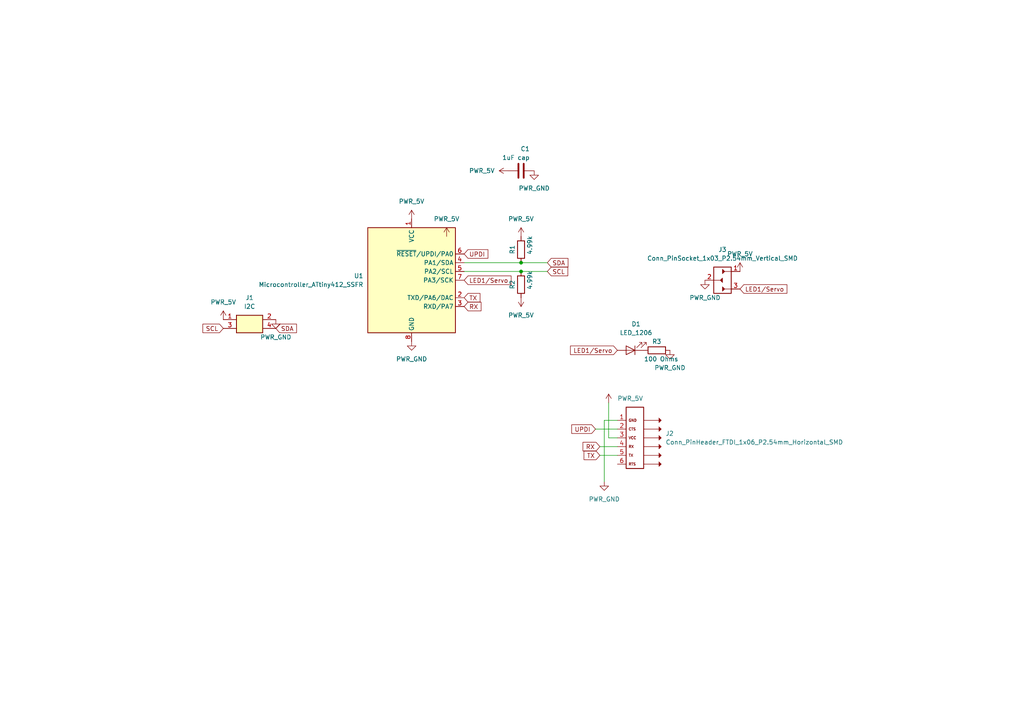
<source format=kicad_sch>
(kicad_sch (version 20231120) (generator "eeschema") (generator_version "8.0")
  (paper "A4")
  (lib_symbols
    (symbol "fab.kicad_sym:C" (pin_numbers hide) (pin_names (offset 0.254))
      (property "Reference" "C" (at 0.635 2.54 0))
      (property "Value" "C" (at 0.635 -2.54 0))
      (symbol "C_0_1"
        (polyline (pts (xy -2.032 -0.762) (xy 2.032 -0.762)) (stroke (width 0.508)))
        (polyline (pts (xy -2.032 0.762) (xy 2.032 0.762)) (stroke (width 0.508)))
      )
      (symbol "C_1_1"
        (pin passive line (at 0 3.81 270) (length 2.794) (name "~") (number "1"))
        (pin passive line (at 0 -3.81 90) (length 2.794) (name "~") (number "2"))
      )
    )
    (symbol "fab.kicad_sym:Microcontroller_ATtiny412_SSFR"
      (property "Reference" "U" (at -12.7 17.78 0))
      (property "Value" "Microcontroller_ATtiny412_SSFR" (at 2.54 17.78 0))
      (symbol "Microcontroller_ATtiny412_SSFR_0_1"
        (rectangle (start -12.7 -15.24) (end 12.7 15.24) (stroke (width 0.254)) (fill (type background)))
      )
      (symbol "Microcontroller_ATtiny412_SSFR_1_1"
        (pin power_in line (at 0 17.78 270) (length 2.54) (name "VCC") (number "1"))
        (pin bidirectional line (at 15.24 -5.08 180) (length 2.54) (name "TXD/PA6/DAC") (number "2"))
        (pin bidirectional line (at 15.24 -7.62 180) (length 2.54) (name "RXD/PA7") (number "3"))
        (pin bidirectional line (at 15.24 5.08 180) (length 2.54) (name "PA1/SDA") (number "4"))
        (pin bidirectional line (at 15.24 2.54 180) (length 2.54) (name "PA2/SCL") (number "5"))
        (pin bidirectional line (at 15.24 7.62 180) (length 2.54) (name "~{RESET}/UPDI/PA0") (number "6"))
        (pin bidirectional line (at 15.24 0 180) (length 2.54) (name "PA3/SCK") (number "7"))
        (pin power_in line (at 0 -17.78 90) (length 2.54) (name "GND") (number "8"))
      )
    )
    (symbol "fab.kicad_sym:R" (pin_numbers hide) (pin_names (offset 0))
      (property "Reference" "R" (at 2.032 0 90))
      (property "Value" "R" (at 0 0 90))
      (symbol "R_0_1"
        (rectangle (start -1.016 -2.54) (end 1.016 2.54) (stroke (width 0.254)))
      )
      (symbol "R_1_1"
        (pin passive line (at 0 3.81 270) (length 1.27) (name "~") (number "1"))
        (pin passive line (at 0 -3.81 90) (length 1.27) (name "~") (number "2"))
      )
    )
    (symbol "fab:Conn_PinHeader_2x02_P2.54mm_Vertical_SMD" (pin_names hide)
      (property "Reference" "J" (at 0 3.81 0))
      (property "Value" "Conn_PinHeader_2x02_P2.54mm_Vertical_SMD" (at 0 -3.81 0))
      (symbol "Conn_PinHeader_2x02_P2.54mm_Vertical_SMD_1_1"
        (rectangle (start -3.81 2.54) (end 3.81 -2.54) (stroke (width 0.254)) (fill (type background)))
        (pin passive line (at -7.62 1.27 0) (length 3.81) (name "Pin_1") (number "1"))
        (pin passive line (at 7.62 1.27 180) (length 3.81) (name "Pin_2") (number "2"))
        (pin passive line (at -7.62 -1.27 0) (length 3.81) (name "Pin_3") (number "3"))
        (pin passive line (at 7.62 -1.27 180) (length 3.81) (name "Pin_4") (number "4"))
      )
    )
    (symbol "fab:Conn_PinHeader_FTDI_1x06_P2.54mm_Horizontal_SMD"
      (property "Reference" "J" (at 0 10.16 0))
      (property "Value" "Conn_PinHeader_FTDI_1x06_P2.54mm_Horizontal_SMD" (at 0 -10.16 0))
      (symbol "Conn_PinHeader_FTDI_1x06_P2.54mm_Horizontal_SMD_0_0"
        (polyline (pts (xy 2.54 -7.62) (xy 7.62 -7.62)))
        (polyline (pts (xy 2.54 -5.08) (xy 7.62 -5.08)))
        (polyline (pts (xy 2.54 -2.54) (xy 7.62 -2.54)))
        (polyline (pts (xy 2.54 0) (xy 7.62 0)))
        (polyline (pts (xy 2.54 2.54) (xy 7.62 2.54)))
        (polyline (pts (xy 2.54 5.08) (xy 7.62 5.08)))
        (polyline (pts (xy 6.985 -6.985) (xy 7.62 -7.62) (xy 6.985 -8.255) (xy 6.985 -6.985)) (fill (type outline)))
        (polyline (pts (xy 6.985 -4.445) (xy 7.62 -5.08) (xy 6.985 -5.715) (xy 6.985 -4.445)) (fill (type outline)))
        (polyline (pts (xy 6.985 -1.905) (xy 7.62 -2.54) (xy 6.985 -3.175) (xy 6.985 -1.905)) (fill (type outline)))
        (polyline (pts (xy 6.985 0.635) (xy 7.62 0) (xy 6.985 -0.635) (xy 6.985 0.635)) (fill (type outline)))
        (polyline (pts (xy 6.985 3.175) (xy 7.62 2.54) (xy 6.985 1.905) (xy 6.985 3.175)) (fill (type outline)))
        (polyline (pts (xy 6.985 5.715) (xy 7.62 5.08) (xy 6.985 4.445) (xy 6.985 5.715)) (fill (type outline)))
        (text "CTS" (at -1.905 2.54 0) (effects (font (size 0.75 0.75)) (justify left)))
        (text "GND" (at -1.905 5.08 0) (effects (font (size 0.75 0.75)) (justify left)))
        (text "RTS" (at -1.905 -7.62 0) (effects (font (size 0.75 0.75)) (justify left)))
        (text "RX" (at -1.905 -2.54 0) (effects (font (size 0.75 0.75)) (justify left)))
        (text "TX" (at -1.905 -5.08 0) (effects (font (size 0.75 0.75)) (justify left)))
        (text "VCC" (at -1.905 0 0) (effects (font (size 0.75 0.75)) (justify left)))
      )
      (symbol "Conn_PinHeader_FTDI_1x06_P2.54mm_Horizontal_SMD_1_0"
        (rectangle (start -2.54 8.89) (end 2.54 -8.89) (stroke (width 0.254)))
      )
      (symbol "Conn_PinHeader_FTDI_1x06_P2.54mm_Horizontal_SMD_1_1"
        (pin passive line (at -5.08 5.08 0) (length 2.54) (name "") (number "1"))
        (pin passive line (at -5.08 2.54 0) (length 2.54) (name "") (number "2"))
        (pin passive line (at -5.08 0 0) (length 2.54) (name "") (number "3"))
        (pin passive line (at -5.08 -2.54 0) (length 2.54) (name "") (number "4"))
        (pin passive line (at -5.08 -5.08 0) (length 2.54) (name "") (number "5"))
        (pin passive line (at -5.08 -7.62 0) (length 2.54) (name "") (number "6"))
      )
    )
    (symbol "fab:Conn_PinSocket_1x03_P2.54mm_Vertical_SMD" (pin_names hide)
      (property "Reference" "J" (at 0 5.08 0))
      (property "Value" "Conn_PinSocket_1x03_P2.54mm_Vertical_SMD" (at 0 -5.08 0))
      (symbol "Conn_PinSocket_1x03_P2.54mm_Vertical_SMD_0_0"
        (polyline (pts (xy 0 0) (xy -2.54 0)))
        (polyline (pts (xy 2.54 -2.54) (xy 0 -2.54)))
        (polyline (pts (xy 2.54 2.54) (xy 0 2.54)))
        (polyline (pts (xy 0 -3.175) (xy 0.635 -2.54) (xy 0 -1.905) (xy 0 -3.175)) (fill (type outline)))
        (polyline (pts (xy 0 -0.635) (xy -0.635 0) (xy 0 0.635) (xy 0 -0.635)) (fill (type outline)))
        (polyline (pts (xy 0 1.905) (xy 0.635 2.54) (xy 0 3.175) (xy 0 1.905)) (fill (type outline)))
      )
      (symbol "Conn_PinSocket_1x03_P2.54mm_Vertical_SMD_1_0"
        (rectangle (start -2.54 3.81) (end 2.54 -3.81) (stroke (width 0.254)))
      )
      (symbol "Conn_PinSocket_1x03_P2.54mm_Vertical_SMD_1_1"
        (pin passive line (at 5.08 2.54 180) (length 2.54) (name "Pin_1") (number "1"))
        (pin passive line (at -5.08 0 0) (length 2.54) (name "Pin_2") (number "2"))
        (pin passive line (at 5.08 -2.54 180) (length 2.54) (name "Pin_1") (number "3"))
      )
    )
    (symbol "fab:LED_1206" (pin_numbers hide) (pin_names (offset 1.016) hide)
      (property "Reference" "D" (at 0 2.54 0))
      (property "Value" "LED_1206" (at 0 -2.54 0))
      (symbol "LED_1206_0_1"
        (polyline (pts (xy -1.27 -1.27) (xy -1.27 1.27)) (stroke (width 0.2032)))
        (polyline (pts (xy -1.27 0) (xy 1.27 0)))
        (polyline (pts (xy 1.27 -1.27) (xy 1.27 1.27) (xy -1.27 0) (xy 1.27 -1.27)) (stroke (width 0.2032)))
        (polyline (pts (xy -3.048 -0.762) (xy -4.572 -2.286) (xy -3.81 -2.286) (xy -4.572 -2.286) (xy -4.572 -1.524)))
        (polyline (pts (xy -1.778 -0.762) (xy -3.302 -2.286) (xy -2.54 -2.286) (xy -3.302 -2.286) (xy -3.302 -1.524)))
      )
      (symbol "LED_1206_1_1"
        (pin passive line (at -3.81 0 0) (length 2.54) (name "K") (number "1"))
        (pin passive line (at 3.81 0 180) (length 2.54) (name "A") (number "2"))
      )
    )
    (symbol "fab:PWR_5V" (power) (pin_names (offset 0))
      (property "Value" "PWR_5V" (at 0 3.556 0))
      (symbol "PWR_5V_0_1"
        (polyline (pts (xy -0.762 1.27) (xy 0 2.54)))
        (polyline (pts (xy 0 0) (xy 0 2.54)))
        (polyline (pts (xy 0 2.54) (xy 0.762 1.27)))
      )
      (symbol "PWR_5V_1_1"
        (pin power_in line (at 0 0 90) (length 0) hide (name "PWR_5V") (number "1"))
      )
    )
    (symbol "fab:PWR_GND" (power) (pin_names (offset 0))
      (property "Value" "PWR_GND" (at 0 -3.81 0))
      (symbol "PWR_GND_0_1"
        (polyline (pts (xy 0 0) (xy 0 -1.27) (xy 1.27 -1.27) (xy 0 -2.54) (xy -1.27 -1.27) (xy 0 -1.27)))
      )
      (symbol "PWR_GND_1_1"
        (pin power_in line (at 0 0 270) (length 0) hide (name "PWR_GND") (number "1"))
      )
    )
  )
  (junction (at 151.13 76.2))
  (junction (at 151.13 78.74))
  (wire (pts (xy 134.62 78.74) (xy 151.13 78.74)))
  (wire (pts (xy 151.13 76.2) (xy 158.75 76.2)))
  (wire (pts (xy 175.26 121.92) (xy 175.26 139.7)))
  (wire (pts (xy 179.07 121.92) (xy 175.26 121.92)))
  (wire (pts (xy 173.99 129.54) (xy 179.07 129.54)))
  (wire (pts (xy 134.62 76.2) (xy 151.13 76.2)))
  (wire (pts (xy 172.72 124.46) (xy 179.07 124.46)))
  (wire (pts (xy 151.13 78.74) (xy 158.75 78.74)))
  (wire (pts (xy 176.53 116.84) (xy 176.53 127)))
  (wire (pts (xy 173.99 132.08) (xy 179.07 132.08)))
  (wire (pts (xy 176.53 127) (xy 179.07 127)))
  (global_label "RX" (shape input) (at 173.99 129.54 180) (property "Intersheetrefs" "${INTERSHEET_REFS}" (effects (hide yes))))
  (global_label "RX" (shape input) (at 134.62 88.9 0) (property "Intersheetrefs" "${INTERSHEET_REFS}" (effects (hide yes))))
  (global_label "TX" (shape input) (at 134.62 86.36 0) (property "Intersheetrefs" "${INTERSHEET_REFS}" (effects (hide yes))))
  (global_label "UPDI" (shape input) (at 172.72 124.46 180) (property "Intersheetrefs" "${INTERSHEET_REFS}" (effects (hide yes))))
  (global_label "LED1{slash}Servo" (shape input) (at 179.07 101.6 180) (property "Intersheetrefs" "${INTERSHEET_REFS}" (effects (hide yes))))
  (global_label "SCL" (shape input) (at 158.75 78.74 0) (property "Intersheetrefs" "${INTERSHEET_REFS}" (effects (hide yes))))
  (global_label "SCL" (shape input) (at 64.77 95.25 180) (property "Intersheetrefs" "${INTERSHEET_REFS}" (effects (hide yes))))
  (global_label "LED1{slash}Servo" (shape input) (at 134.62 81.28 0) (property "Intersheetrefs" "${INTERSHEET_REFS}" (effects (hide yes))))
  (global_label "LED1{slash}Servo" (shape input) (at 214.63 83.82 0) (property "Intersheetrefs" "${INTERSHEET_REFS}" (effects (hide yes))))
  (global_label "SDA" (shape input) (at 158.75 76.2 0) (property "Intersheetrefs" "${INTERSHEET_REFS}" (effects (hide yes))))
  (global_label "TX" (shape input) (at 173.99 132.08 180) (property "Intersheetrefs" "${INTERSHEET_REFS}" (effects (hide yes))))
  (global_label "SDA" (shape input) (at 80.01 95.25 0) (property "Intersheetrefs" "${INTERSHEET_REFS}" (effects (hide yes))))
  (global_label "UPDI" (shape input) (at 134.62 73.66 0) (property "Intersheetrefs" "${INTERSHEET_REFS}" (effects (hide yes))))
  (symbol (lib_id "fab:PWR_5V") (at 129.54 68.58 0) (unit 1)
    (property "Reference" "#PWR05" (effects (hide yes)))
    (property "Value" "PWR_5V" (at 129.54 63.5 0))
    (property "Description" "Power symbol creates a global label with name \"+5V\"" (effects (hide yes)))
  )
  (symbol (lib_id "fab:PWR_GND") (at 175.26 139.7 0) (unit 1)
    (property "Reference" "#PWR010" (effects (hide yes)))
    (property "Value" "PWR_GND" (at 175.26 144.78 0))
    (property "Description" "Power symbol creates a global label with name \"GND\" , ground" (effects (hide yes)))
  )
  (symbol (lib_id "fab:PWR_5V") (at 151.13 86.36 180) (unit 1)
    (property "Reference" "#PWR08" (effects (hide yes)))
    (property "Value" "PWR_5V" (at 151.13 91.44 0))
    (property "Description" "Power symbol creates a global label with name \"+5V\"" (effects (hide yes)))
  )
  (symbol (lib_id "fab:LED_1206") (at 182.88 101.6 180) (unit 1)
    (property "Reference" "D1" (at 184.4802 93.98 0))
    (property "Value" "LED_1206" (at 184.4802 96.52 0))
    (property "Footprint" "fab:LED_1206" (effects (hide yes)))
    (property "Datasheet" "https://optoelectronics.liteon.com/upload/download/DS-22-98-0002/LTST-C150CKT.pdf" (effects (hide yes)))
    (property "Description" "Light emitting diode, Lite-On Inc. LTST, SMD" (effects (hide yes)))
  )
  (symbol (lib_id "fab:PWR_5V") (at 214.63 78.74 0) (unit 1)
    (property "Reference" "#PWR014" (effects (hide yes)))
    (property "Value" "PWR_5V" (at 214.63 73.66 0))
    (property "Description" "Power symbol creates a global label with name \"+5V\"" (effects (hide yes)))
  )
  (symbol (lib_id "fab.kicad_sym:R") (at 151.13 82.55 180) (unit 1)
    (property "Reference" "R2" (at 148.59 82.55 90))
    (property "Value" "4.99k" (at 153.67 81.28 90))
    (property "Footprint" "fab:R_1206" (effects (hide yes)))
  )
  (symbol (lib_id "fab:PWR_GND") (at 119.38 99.06 0) (unit 1)
    (property "Reference" "#PWR04" (effects (hide yes)))
    (property "Value" "PWR_GND" (at 119.38 104.14 0))
    (property "Description" "Power symbol creates a global label with name \"GND\" , ground" (effects (hide yes)))
  )
  (symbol (lib_id "fab:PWR_5V") (at 147.32 49.53 90) (unit 1)
    (property "Reference" "#PWR06" (effects (hide yes)))
    (property "Value" "PWR_5V" (at 143.51 49.5299 90) (effects (justify left)))
    (property "Description" "Power symbol creates a global label with name \"+5V\"" (effects (hide yes)))
  )
  (symbol (lib_id "fab:PWR_GND") (at 154.94 49.53 0) (unit 1)
    (property "Reference" "#PWR09" (effects (hide yes)))
    (property "Value" "PWR_GND" (at 154.94 54.61 0))
    (property "Description" "Power symbol creates a global label with name \"GND\" , ground" (effects (hide yes)))
  )
  (symbol (lib_id "fab:Conn_PinSocket_1x03_P2.54mm_Vertical_SMD") (at 209.55 81.28 0) (unit 1)
    (property "Reference" "J3" (at 209.55 72.39 0))
    (property "Value" "Conn_PinSocket_1x03_P2.54mm_Vertical_SMD" (at 209.55 74.93 0))
    (property "Footprint" "fab:PinSocket_1x03_P2.54mm_Vertical_SMD" (effects (hide yes)))
    (property "Datasheet" "https://media.digikey.com/pdf/Data%20Sheets/Sullins%20PDFs/NPxCxx1KFXx-RC%2010487-D.pdf" (effects (hide yes)))
    (property "Description" "Top or Bottom Entry Connector 0.100\" (2.54mm) Surface Mount Tin" (effects (hide yes)))
  )
  (symbol (lib_id "fab:PWR_GND") (at 80.01 92.71 0) (unit 1)
    (property "Reference" "#PWR02" (effects (hide yes)))
    (property "Value" "PWR_GND" (at 80.01 97.79 0))
    (property "Description" "Power symbol creates a global label with name \"GND\" , ground" (effects (hide yes)))
  )
  (symbol (lib_id "fab.kicad_sym:C") (at 151.13 49.53 90) (unit 1)
    (property "Reference" "C1" (at 153.67 43.18 90) (effects (justify left)))
    (property "Value" "1uF cap" (at 153.67 45.72 90) (effects (justify left)))
    (property "Footprint" "fab:C_1206" (effects (hide yes)))
  )
  (symbol (lib_id "fab:PWR_5V") (at 119.38 63.5 0) (unit 1)
    (property "Reference" "#PWR03" (effects (hide yes)))
    (property "Value" "PWR_5V" (at 119.38 58.42 0))
    (property "Description" "Power symbol creates a global label with name \"+5V\"" (effects (hide yes)))
  )
  (symbol (lib_id "fab:PWR_5V") (at 151.13 68.58 0) (unit 1)
    (property "Reference" "#PWR07" (effects (hide yes)))
    (property "Value" "PWR_5V" (at 151.13 63.5 0))
    (property "Description" "Power symbol creates a global label with name \"+5V\"" (effects (hide yes)))
  )
  (symbol (lib_id "fab:Conn_PinHeader_2x02_P2.54mm_Vertical_SMD") (at 72.39 93.98 0) (unit 1)
    (property "Reference" "J1" (at 72.39 86.36 0))
    (property "Value" "I2C" (at 72.39 88.9 0))
    (property "Footprint" "fab:PinHeader_2x02_P2.54mm_Vertical_SMD" (effects (hide yes)))
    (property "Datasheet" "https://cdn.amphenol-icc.com/media/wysiwyg/files/drawing/95278.pdf" (effects (hide yes)))
    (property "Description" "Connector Header Surface Mount 4 position 0.100\" (2.54mm)" (effects (hide yes)))
  )
  (symbol (lib_id "fab:Conn_PinHeader_FTDI_1x06_P2.54mm_Horizontal_SMD") (at 184.15 127 0) (unit 1)
    (property "Reference" "J2" (at 193.04 125.7299 0) (effects (justify left)))
    (property "Value" "Conn_PinHeader_FTDI_1x06_P2.54mm_Horizontal_SMD" (at 193.04 128.2699 0) (effects (justify left)))
    (property "Footprint" "fab:PinHeader_1x06_P2.54mm_Horizontal_SMD" (effects (hide yes)))
    (property "Description" "FTDI header connector, usually used on the target board side" (effects (hide yes)))
  )
  (symbol (lib_id "fab:PWR_GND") (at 194.31 101.6 0) (unit 1)
    (property "Reference" "#PWR012" (effects (hide yes)))
    (property "Value" "PWR_GND" (at 194.31 106.68 0))
    (property "Description" "Power symbol creates a global label with name \"GND\" , ground" (effects (hide yes)))
  )
  (symbol (lib_id "fab.kicad_sym:R") (at 190.5 101.6 90) (unit 1)
    (property "Reference" "R3" (at 190.5 99.06 90))
    (property "Value" "100 Ohms" (at 191.77 104.14 90))
    (property "Footprint" "fab:R_1206" (effects (hide yes)))
  )
  (symbol (lib_id "fab.kicad_sym:Microcontroller_ATtiny412_SSFR") (at 119.38 81.28 0) (unit 1)
    (property "Reference" "U1" (at 105.41 80.0099 0) (effects (justify right)))
    (property "Value" "Microcontroller_ATtiny412_SSFR" (at 105.41 82.5499 0) (effects (justify right)))
    (property "Footprint" "fab:SOIC-8_3.9x4.9mm_P1.27mm" (effects (hide yes)))
    (property "Datasheet" "http://ww1.microchip.com/downloads/en/DeviceDoc/40001911A.pdf" (effects (hide yes)))
  )
  (symbol (lib_id "fab:PWR_GND") (at 204.47 81.28 0) (unit 1)
    (property "Reference" "#PWR013" (effects (hide yes)))
    (property "Value" "PWR_GND" (at 204.47 86.36 0))
    (property "Description" "Power symbol creates a global label with name \"GND\" , ground" (effects (hide yes)))
  )
  (symbol (lib_id "fab:PWR_5V") (at 64.77 92.71 0) (unit 1)
    (property "Reference" "#PWR01" (effects (hide yes)))
    (property "Value" "PWR_5V" (at 64.77 87.63 0))
    (property "Description" "Power symbol creates a global label with name \"+5V\"" (effects (hide yes)))
  )
  (symbol (lib_id "fab:PWR_5V") (at 176.53 116.84 0) (unit 1)
    (property "Reference" "#PWR011" (effects (hide yes)))
    (property "Value" "PWR_5V" (at 179.07 115.5699 0) (effects (justify left)))
    (property "Description" "Power symbol creates a global label with name \"+5V\"" (effects (hide yes)))
  )
  (symbol (lib_id "fab.kicad_sym:R") (at 151.13 72.39 180) (unit 1)
    (property "Reference" "R1" (at 148.59 72.39 90))
    (property "Value" "4.99k" (at 153.67 71.12 90))
    (property "Footprint" "fab:R_1206" (effects (hide yes)))
  )
)
</source>
